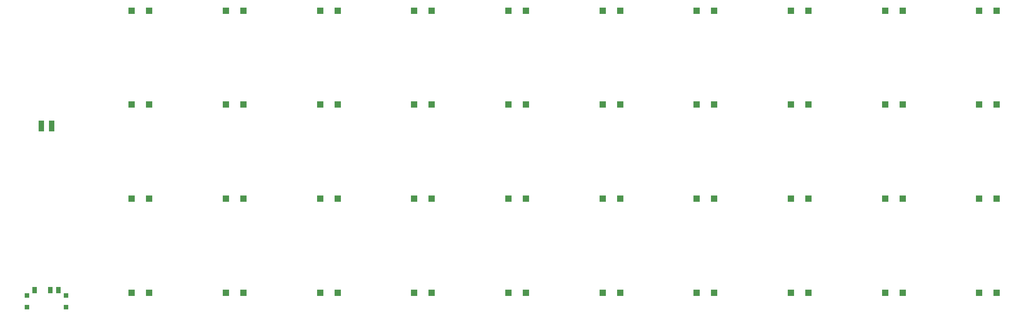
<source format=gbr>
%TF.GenerationSoftware,KiCad,Pcbnew,(6.0.4)*%
%TF.CreationDate,2022-11-13T15:40:53-05:00*%
%TF.ProjectId,crepe,63726570-652e-46b6-9963-61645f706362,v1.0.0*%
%TF.SameCoordinates,Original*%
%TF.FileFunction,Paste,Top*%
%TF.FilePolarity,Positive*%
%FSLAX46Y46*%
G04 Gerber Fmt 4.6, Leading zero omitted, Abs format (unit mm)*
G04 Created by KiCad (PCBNEW (6.0.4)) date 2022-11-13 15:40:53*
%MOMM*%
%LPD*%
G01*
G04 APERTURE LIST*
%ADD10R,1.200000X1.200000*%
%ADD11R,0.900000X1.250000*%
%ADD12R,0.900000X0.900000*%
%ADD13R,1.000000X2.000000*%
G04 APERTURE END LIST*
D10*
%TO.C,D1*%
X19400000Y-4750000D03*
X16100000Y-4750000D03*
%TD*%
%TO.C,D2*%
X19400000Y13000000D03*
X16100000Y13000000D03*
%TD*%
%TO.C,D3*%
X19400000Y30750000D03*
X16100000Y30750000D03*
%TD*%
%TO.C,D4*%
X19400000Y48500000D03*
X16100000Y48500000D03*
%TD*%
%TO.C,D5*%
X37150000Y-4750000D03*
X33850000Y-4750000D03*
%TD*%
%TO.C,D6*%
X37150000Y13000000D03*
X33850000Y13000000D03*
%TD*%
%TO.C,D7*%
X37150000Y30750000D03*
X33850000Y30750000D03*
%TD*%
%TO.C,D8*%
X37150000Y48500000D03*
X33850000Y48500000D03*
%TD*%
%TO.C,D9*%
X54900000Y-4750000D03*
X51600000Y-4750000D03*
%TD*%
%TO.C,D10*%
X54900000Y13000000D03*
X51600000Y13000000D03*
%TD*%
%TO.C,D11*%
X54900000Y30750000D03*
X51600000Y30750000D03*
%TD*%
%TO.C,D12*%
X54900000Y48500000D03*
X51600000Y48500000D03*
%TD*%
%TO.C,D13*%
X72650000Y-4750000D03*
X69350000Y-4750000D03*
%TD*%
%TO.C,D14*%
X72650000Y13000000D03*
X69350000Y13000000D03*
%TD*%
%TO.C,D15*%
X72650000Y30750000D03*
X69350000Y30750000D03*
%TD*%
%TO.C,D16*%
X72650000Y48500000D03*
X69350000Y48500000D03*
%TD*%
%TO.C,D17*%
X90400000Y-4750000D03*
X87100000Y-4750000D03*
%TD*%
%TO.C,D18*%
X90400000Y13000000D03*
X87100000Y13000000D03*
%TD*%
%TO.C,D19*%
X90400000Y30750000D03*
X87100000Y30750000D03*
%TD*%
%TO.C,D20*%
X90400000Y48500000D03*
X87100000Y48500000D03*
%TD*%
D11*
%TO.C,T1*%
X-2250000Y-4300000D03*
X750000Y-4300000D03*
X2250000Y-4300000D03*
D12*
X-3700000Y-7475000D03*
X-3700000Y-5275000D03*
X3700000Y-5275000D03*
X3700000Y-7475000D03*
%TD*%
D13*
%TO.C,PAD1*%
X-1000000Y26750000D03*
%TD*%
%TO.C,PAD2*%
X1000000Y26750000D03*
%TD*%
D10*
%TO.C,D21*%
X179150000Y-4750000D03*
X175850000Y-4750000D03*
%TD*%
%TO.C,D22*%
X179150000Y13000000D03*
X175850000Y13000000D03*
%TD*%
%TO.C,D23*%
X179150000Y30750000D03*
X175850000Y30750000D03*
%TD*%
%TO.C,D24*%
X179150000Y48500000D03*
X175850000Y48500000D03*
%TD*%
%TO.C,D25*%
X161400000Y-4750000D03*
X158100000Y-4750000D03*
%TD*%
%TO.C,D26*%
X161400000Y13000000D03*
X158100000Y13000000D03*
%TD*%
%TO.C,D27*%
X161400000Y30750000D03*
X158100000Y30750000D03*
%TD*%
%TO.C,D28*%
X161400000Y48500000D03*
X158100000Y48500000D03*
%TD*%
%TO.C,D29*%
X143650000Y-4750000D03*
X140350000Y-4750000D03*
%TD*%
%TO.C,D30*%
X143650000Y13000000D03*
X140350000Y13000000D03*
%TD*%
%TO.C,D31*%
X143650000Y30750000D03*
X140350000Y30750000D03*
%TD*%
%TO.C,D32*%
X143650000Y48500000D03*
X140350000Y48500000D03*
%TD*%
%TO.C,D33*%
X125900000Y-4750000D03*
X122600000Y-4750000D03*
%TD*%
%TO.C,D34*%
X125900000Y13000000D03*
X122600000Y13000000D03*
%TD*%
%TO.C,D35*%
X125900000Y30750000D03*
X122600000Y30750000D03*
%TD*%
%TO.C,D36*%
X125900000Y48500000D03*
X122600000Y48500000D03*
%TD*%
%TO.C,D37*%
X108150000Y-4750000D03*
X104850000Y-4750000D03*
%TD*%
%TO.C,D38*%
X108150000Y13000000D03*
X104850000Y13000000D03*
%TD*%
%TO.C,D39*%
X108150000Y30750000D03*
X104850000Y30750000D03*
%TD*%
%TO.C,D40*%
X108150000Y48500000D03*
X104850000Y48500000D03*
%TD*%
M02*

</source>
